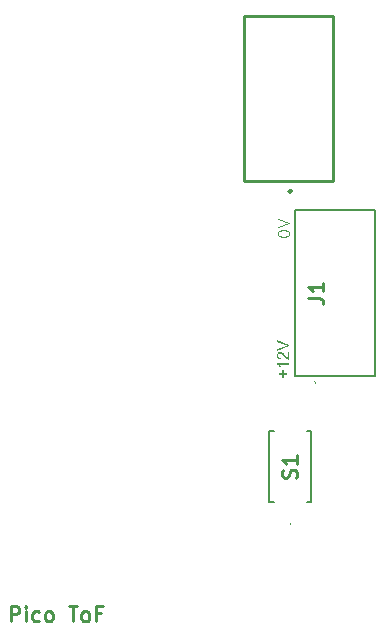
<source format=gbr>
%TF.GenerationSoftware,KiCad,Pcbnew,8.0.8*%
%TF.CreationDate,2025-04-07T19:22:35+01:00*%
%TF.ProjectId,Pico ToF,5069636f-2054-46f4-962e-6b696361645f,rev?*%
%TF.SameCoordinates,Original*%
%TF.FileFunction,Legend,Top*%
%TF.FilePolarity,Positive*%
%FSLAX46Y46*%
G04 Gerber Fmt 4.6, Leading zero omitted, Abs format (unit mm)*
G04 Created by KiCad (PCBNEW 8.0.8) date 2025-04-07 19:22:35*
%MOMM*%
%LPD*%
G01*
G04 APERTURE LIST*
%ADD10C,0.254000*%
%ADD11C,0.100000*%
%ADD12C,0.200000*%
G04 APERTURE END LIST*
D10*
X128739485Y-107781368D02*
X128739485Y-106511368D01*
X128739485Y-106511368D02*
X129223295Y-106511368D01*
X129223295Y-106511368D02*
X129344247Y-106571844D01*
X129344247Y-106571844D02*
X129404724Y-106632320D01*
X129404724Y-106632320D02*
X129465200Y-106753272D01*
X129465200Y-106753272D02*
X129465200Y-106934701D01*
X129465200Y-106934701D02*
X129404724Y-107055653D01*
X129404724Y-107055653D02*
X129344247Y-107116130D01*
X129344247Y-107116130D02*
X129223295Y-107176606D01*
X129223295Y-107176606D02*
X128739485Y-107176606D01*
X130009485Y-107781368D02*
X130009485Y-106934701D01*
X130009485Y-106511368D02*
X129949009Y-106571844D01*
X129949009Y-106571844D02*
X130009485Y-106632320D01*
X130009485Y-106632320D02*
X130069962Y-106571844D01*
X130069962Y-106571844D02*
X130009485Y-106511368D01*
X130009485Y-106511368D02*
X130009485Y-106632320D01*
X131158533Y-107720892D02*
X131037581Y-107781368D01*
X131037581Y-107781368D02*
X130795676Y-107781368D01*
X130795676Y-107781368D02*
X130674724Y-107720892D01*
X130674724Y-107720892D02*
X130614247Y-107660415D01*
X130614247Y-107660415D02*
X130553771Y-107539463D01*
X130553771Y-107539463D02*
X130553771Y-107176606D01*
X130553771Y-107176606D02*
X130614247Y-107055653D01*
X130614247Y-107055653D02*
X130674724Y-106995177D01*
X130674724Y-106995177D02*
X130795676Y-106934701D01*
X130795676Y-106934701D02*
X131037581Y-106934701D01*
X131037581Y-106934701D02*
X131158533Y-106995177D01*
X131884247Y-107781368D02*
X131763295Y-107720892D01*
X131763295Y-107720892D02*
X131702818Y-107660415D01*
X131702818Y-107660415D02*
X131642342Y-107539463D01*
X131642342Y-107539463D02*
X131642342Y-107176606D01*
X131642342Y-107176606D02*
X131702818Y-107055653D01*
X131702818Y-107055653D02*
X131763295Y-106995177D01*
X131763295Y-106995177D02*
X131884247Y-106934701D01*
X131884247Y-106934701D02*
X132065676Y-106934701D01*
X132065676Y-106934701D02*
X132186628Y-106995177D01*
X132186628Y-106995177D02*
X132247104Y-107055653D01*
X132247104Y-107055653D02*
X132307580Y-107176606D01*
X132307580Y-107176606D02*
X132307580Y-107539463D01*
X132307580Y-107539463D02*
X132247104Y-107660415D01*
X132247104Y-107660415D02*
X132186628Y-107720892D01*
X132186628Y-107720892D02*
X132065676Y-107781368D01*
X132065676Y-107781368D02*
X131884247Y-107781368D01*
X133638057Y-106511368D02*
X134363771Y-106511368D01*
X134000914Y-107781368D02*
X134000914Y-106511368D01*
X134968533Y-107781368D02*
X134847581Y-107720892D01*
X134847581Y-107720892D02*
X134787104Y-107660415D01*
X134787104Y-107660415D02*
X134726628Y-107539463D01*
X134726628Y-107539463D02*
X134726628Y-107176606D01*
X134726628Y-107176606D02*
X134787104Y-107055653D01*
X134787104Y-107055653D02*
X134847581Y-106995177D01*
X134847581Y-106995177D02*
X134968533Y-106934701D01*
X134968533Y-106934701D02*
X135149962Y-106934701D01*
X135149962Y-106934701D02*
X135270914Y-106995177D01*
X135270914Y-106995177D02*
X135331390Y-107055653D01*
X135331390Y-107055653D02*
X135391866Y-107176606D01*
X135391866Y-107176606D02*
X135391866Y-107539463D01*
X135391866Y-107539463D02*
X135331390Y-107660415D01*
X135331390Y-107660415D02*
X135270914Y-107720892D01*
X135270914Y-107720892D02*
X135149962Y-107781368D01*
X135149962Y-107781368D02*
X134968533Y-107781368D01*
X136359486Y-107116130D02*
X135936152Y-107116130D01*
X135936152Y-107781368D02*
X135936152Y-106511368D01*
X135936152Y-106511368D02*
X136540914Y-106511368D01*
X152913842Y-95657619D02*
X152974318Y-95476190D01*
X152974318Y-95476190D02*
X152974318Y-95173809D01*
X152974318Y-95173809D02*
X152913842Y-95052857D01*
X152913842Y-95052857D02*
X152853365Y-94992381D01*
X152853365Y-94992381D02*
X152732413Y-94931904D01*
X152732413Y-94931904D02*
X152611461Y-94931904D01*
X152611461Y-94931904D02*
X152490508Y-94992381D01*
X152490508Y-94992381D02*
X152430032Y-95052857D01*
X152430032Y-95052857D02*
X152369556Y-95173809D01*
X152369556Y-95173809D02*
X152309080Y-95415714D01*
X152309080Y-95415714D02*
X152248603Y-95536666D01*
X152248603Y-95536666D02*
X152188127Y-95597143D01*
X152188127Y-95597143D02*
X152067175Y-95657619D01*
X152067175Y-95657619D02*
X151946222Y-95657619D01*
X151946222Y-95657619D02*
X151825270Y-95597143D01*
X151825270Y-95597143D02*
X151764794Y-95536666D01*
X151764794Y-95536666D02*
X151704318Y-95415714D01*
X151704318Y-95415714D02*
X151704318Y-95113333D01*
X151704318Y-95113333D02*
X151764794Y-94931904D01*
X152974318Y-93722380D02*
X152974318Y-94448095D01*
X152974318Y-94085238D02*
X151704318Y-94085238D01*
X151704318Y-94085238D02*
X151885746Y-94206190D01*
X151885746Y-94206190D02*
X152006699Y-94327142D01*
X152006699Y-94327142D02*
X152067175Y-94448095D01*
X153954318Y-80402859D02*
X154861461Y-80402859D01*
X154861461Y-80402859D02*
X155042889Y-80463336D01*
X155042889Y-80463336D02*
X155163842Y-80584288D01*
X155163842Y-80584288D02*
X155224318Y-80765717D01*
X155224318Y-80765717D02*
X155224318Y-80886669D01*
X155224318Y-79132859D02*
X155224318Y-79858574D01*
X155224318Y-79495717D02*
X153954318Y-79495717D01*
X153954318Y-79495717D02*
X154135746Y-79616669D01*
X154135746Y-79616669D02*
X154256699Y-79737621D01*
X154256699Y-79737621D02*
X154317175Y-79858574D01*
D11*
X151340419Y-74992268D02*
X151340419Y-74897030D01*
X151340419Y-74897030D02*
X151388038Y-74801792D01*
X151388038Y-74801792D02*
X151435657Y-74754173D01*
X151435657Y-74754173D02*
X151530895Y-74706554D01*
X151530895Y-74706554D02*
X151721371Y-74658935D01*
X151721371Y-74658935D02*
X151959466Y-74658935D01*
X151959466Y-74658935D02*
X152149942Y-74706554D01*
X152149942Y-74706554D02*
X152245180Y-74754173D01*
X152245180Y-74754173D02*
X152292800Y-74801792D01*
X152292800Y-74801792D02*
X152340419Y-74897030D01*
X152340419Y-74897030D02*
X152340419Y-74992268D01*
X152340419Y-74992268D02*
X152292800Y-75087506D01*
X152292800Y-75087506D02*
X152245180Y-75135125D01*
X152245180Y-75135125D02*
X152149942Y-75182744D01*
X152149942Y-75182744D02*
X151959466Y-75230363D01*
X151959466Y-75230363D02*
X151721371Y-75230363D01*
X151721371Y-75230363D02*
X151530895Y-75182744D01*
X151530895Y-75182744D02*
X151435657Y-75135125D01*
X151435657Y-75135125D02*
X151388038Y-75087506D01*
X151388038Y-75087506D02*
X151340419Y-74992268D01*
X151340419Y-74373220D02*
X152340419Y-74039887D01*
X152340419Y-74039887D02*
X151340419Y-73706554D01*
G36*
X152141684Y-86909084D02*
G01*
X151868132Y-86909084D01*
X151868132Y-87183125D01*
X151750896Y-87183125D01*
X151750896Y-86909084D01*
X151485159Y-86909084D01*
X151485159Y-86792336D01*
X151750896Y-86792336D01*
X151750896Y-86518296D01*
X151868132Y-86518296D01*
X151868132Y-86792336D01*
X152141684Y-86792336D01*
X152141684Y-86909084D01*
G37*
G36*
X152298000Y-85920633D02*
G01*
X152298000Y-86044220D01*
X151506164Y-86044220D01*
X151538587Y-86081658D01*
X151568309Y-86122855D01*
X151592626Y-86161457D01*
X151617394Y-86205339D01*
X151639790Y-86250249D01*
X151657106Y-86291638D01*
X151532054Y-86291638D01*
X151509926Y-86247475D01*
X151482262Y-86200065D01*
X151452064Y-86155922D01*
X151419331Y-86115046D01*
X151415062Y-86110166D01*
X151381005Y-86074170D01*
X151343312Y-86040463D01*
X151302201Y-86011441D01*
X151281949Y-86000256D01*
X151281949Y-85920633D01*
X152298000Y-85920633D01*
G37*
G36*
X152180763Y-84957828D02*
G01*
X152298000Y-84957828D01*
X152298000Y-85623634D01*
X152248798Y-85619676D01*
X152212026Y-85609224D01*
X152165437Y-85588014D01*
X152123534Y-85562521D01*
X152082060Y-85531113D01*
X152077937Y-85527647D01*
X152039082Y-85492244D01*
X152001820Y-85454157D01*
X151967112Y-85415722D01*
X151930440Y-85372519D01*
X151925041Y-85365958D01*
X151891972Y-85326589D01*
X151853117Y-85282057D01*
X151817016Y-85242726D01*
X151777331Y-85202391D01*
X151736046Y-85164798D01*
X151709863Y-85144185D01*
X151665888Y-85116203D01*
X151618614Y-85095853D01*
X151568541Y-85086526D01*
X151559653Y-85086300D01*
X151507263Y-85093719D01*
X151461468Y-85115975D01*
X151434601Y-85139056D01*
X151405538Y-85178910D01*
X151388539Y-85226268D01*
X151383554Y-85275832D01*
X151389016Y-85328220D01*
X151407642Y-85377803D01*
X151439486Y-85418958D01*
X151483047Y-85449498D01*
X151531514Y-85466443D01*
X151582354Y-85472883D01*
X151594580Y-85473180D01*
X151581147Y-85600187D01*
X151528822Y-85592791D01*
X151481393Y-85580311D01*
X151432244Y-85559327D01*
X151389757Y-85531425D01*
X151358642Y-85502001D01*
X151328758Y-85461915D01*
X151306215Y-85416242D01*
X151291012Y-85364983D01*
X151283822Y-85316600D01*
X151281949Y-85273145D01*
X151284791Y-85220953D01*
X151295292Y-85165423D01*
X151313529Y-85115666D01*
X151339504Y-85071683D01*
X151362794Y-85043801D01*
X151400010Y-85010873D01*
X151447065Y-84983144D01*
X151498943Y-84965978D01*
X151548294Y-84959624D01*
X151563073Y-84959293D01*
X151612164Y-84963365D01*
X151660610Y-84975579D01*
X151682752Y-84983962D01*
X151727608Y-85007066D01*
X151770296Y-85036331D01*
X151806339Y-85066028D01*
X151846709Y-85104322D01*
X151883397Y-85142414D01*
X151918528Y-85180851D01*
X151957059Y-85224629D01*
X151984636Y-85256781D01*
X152017944Y-85295664D01*
X152051398Y-85333974D01*
X152085858Y-85372067D01*
X152112863Y-85399663D01*
X152150937Y-85431631D01*
X152180763Y-85451687D01*
X152180763Y-84957828D01*
G37*
G36*
X152298000Y-84491080D02*
G01*
X151281949Y-84881380D01*
X151281949Y-84737032D01*
X152020784Y-84475204D01*
X152069904Y-84458293D01*
X152117246Y-84443004D01*
X152167765Y-84427920D01*
X152187357Y-84422448D01*
X152135303Y-84407078D01*
X152088454Y-84392021D01*
X152041606Y-84375805D01*
X152020784Y-84368226D01*
X151281949Y-84096139D01*
X151281949Y-83960096D01*
X152298000Y-84354304D01*
X152298000Y-84491080D01*
G37*
%TO.C,S1*%
X152400000Y-99540000D02*
X152400000Y-99540000D01*
X152400000Y-99440000D02*
X152400000Y-99440000D01*
D12*
X150650000Y-97690000D02*
X150650000Y-91690000D01*
X151000000Y-97690000D02*
X150650000Y-97690000D01*
X153800000Y-97690000D02*
X154150000Y-97690000D01*
X154150000Y-97690000D02*
X154150000Y-91690000D01*
X150650000Y-91690000D02*
X151000000Y-91690000D01*
X154150000Y-91690000D02*
X153800000Y-91690000D01*
D11*
X152400000Y-99540000D02*
G75*
G02*
X152400000Y-99440000I0J50000D01*
G01*
X152400000Y-99440000D02*
G75*
G02*
X152400000Y-99540000I0J-50000D01*
G01*
D10*
%TO.C,PS1*%
X148510000Y-70540000D02*
X148510000Y-56540000D01*
X156010000Y-70540000D02*
X148510000Y-70540000D01*
X148510000Y-56540000D02*
X156010000Y-56540000D01*
X156010000Y-56540000D02*
X156010000Y-70540000D01*
X152519360Y-71382000D02*
G75*
G02*
X152292640Y-71382000I-113360J0D01*
G01*
X152292640Y-71382000D02*
G75*
G02*
X152519360Y-71382000I113360J0D01*
G01*
D11*
%TO.C,J1*%
X154500000Y-87579527D02*
X154500000Y-87579527D01*
X154500000Y-87479527D02*
X154500000Y-87479527D01*
D12*
X152788000Y-86979527D02*
X159580000Y-86979527D01*
X159580000Y-86979527D02*
X159580000Y-72979527D01*
X152788000Y-72979527D02*
X152788000Y-86979527D01*
X159580000Y-72979527D02*
X152788000Y-72979527D01*
D11*
X154500000Y-87579527D02*
G75*
G02*
X154500000Y-87479527I0J50000D01*
G01*
X154500000Y-87479527D02*
G75*
G02*
X154500000Y-87579527I0J-50000D01*
G01*
%TD*%
M02*

</source>
